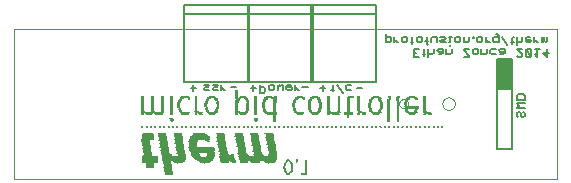
<source format=gbo>
G75*
G70*
%OFA0B0*%
%FSLAX24Y24*%
%IPPOS*%
%LPD*%
%AMOC8*
5,1,8,0,0,1.08239X$1,22.5*
%
%ADD10C,0.0000*%
%ADD11C,0.0050*%
%ADD12R,0.0100X0.0020*%
%ADD13R,0.0140X0.0020*%
%ADD14R,0.0120X0.0020*%
%ADD15R,0.0060X0.0020*%
%ADD16R,0.0240X0.0020*%
%ADD17R,0.0080X0.0020*%
%ADD18R,0.0220X0.0020*%
%ADD19R,0.0200X0.0020*%
%ADD20R,0.0180X0.0020*%
%ADD21R,0.0300X0.0020*%
%ADD22R,0.0280X0.0020*%
%ADD23R,0.0260X0.0020*%
%ADD24R,0.0340X0.0020*%
%ADD25R,0.0320X0.0020*%
%ADD26R,0.0040X0.0020*%
%ADD27R,0.0160X0.0020*%
%ADD28R,0.0460X0.0020*%
%ADD29R,0.0020X0.0020*%
%ADD30R,0.0740X0.0020*%
%ADD31R,0.0420X0.0020*%
%ADD32R,0.0400X0.0020*%
%ADD33R,0.0380X0.0020*%
%ADD34R,0.0440X0.0020*%
%ADD35R,0.0500X0.0020*%
%ADD36R,0.0560X0.0020*%
%ADD37R,0.0620X0.0020*%
%ADD38R,0.0660X0.0020*%
%ADD39R,0.0680X0.0020*%
%ADD40R,0.0840X0.0020*%
%ADD41R,0.0820X0.0020*%
%ADD42R,0.0360X0.0020*%
%ADD43R,0.0480X0.0020*%
%ADD44R,0.0520X0.0020*%
%ADD45R,0.0800X0.0020*%
%ADD46R,0.1300X0.0020*%
%ADD47R,0.1280X0.0020*%
%ADD48R,0.0780X0.0020*%
%ADD49R,0.1260X0.0020*%
%ADD50R,0.0540X0.0020*%
%ADD51R,0.0760X0.0020*%
%ADD52R,0.0580X0.0020*%
%ADD53R,0.1220X0.0020*%
D10*
X004510Y003328D02*
X004510Y008318D01*
X022630Y008318D01*
X022630Y003328D01*
X004510Y003328D01*
X017363Y005828D02*
X017365Y005852D01*
X017371Y005875D01*
X017380Y005897D01*
X017393Y005917D01*
X017408Y005935D01*
X017427Y005950D01*
X017448Y005962D01*
X017470Y005970D01*
X017493Y005975D01*
X017517Y005976D01*
X017541Y005973D01*
X017563Y005966D01*
X017585Y005956D01*
X017605Y005943D01*
X017622Y005926D01*
X017636Y005907D01*
X017647Y005886D01*
X017655Y005863D01*
X017659Y005840D01*
X017659Y005816D01*
X017655Y005793D01*
X017647Y005770D01*
X017636Y005749D01*
X017622Y005730D01*
X017605Y005713D01*
X017585Y005700D01*
X017563Y005690D01*
X017541Y005683D01*
X017517Y005680D01*
X017493Y005681D01*
X017470Y005686D01*
X017448Y005694D01*
X017427Y005706D01*
X017408Y005721D01*
X017393Y005739D01*
X017380Y005759D01*
X017371Y005781D01*
X017365Y005804D01*
X017363Y005828D01*
X018801Y005828D02*
X018803Y005856D01*
X018809Y005884D01*
X018818Y005910D01*
X018831Y005936D01*
X018847Y005959D01*
X018867Y005979D01*
X018889Y005997D01*
X018913Y006012D01*
X018939Y006023D01*
X018966Y006031D01*
X018994Y006035D01*
X019022Y006035D01*
X019050Y006031D01*
X019077Y006023D01*
X019103Y006012D01*
X019127Y005997D01*
X019149Y005979D01*
X019169Y005959D01*
X019185Y005936D01*
X019198Y005910D01*
X019207Y005884D01*
X019213Y005856D01*
X019215Y005828D01*
X019213Y005800D01*
X019207Y005772D01*
X019198Y005746D01*
X019185Y005720D01*
X019169Y005697D01*
X019149Y005677D01*
X019127Y005659D01*
X019103Y005644D01*
X019077Y005633D01*
X019050Y005625D01*
X019022Y005621D01*
X018994Y005621D01*
X018966Y005625D01*
X018939Y005633D01*
X018913Y005644D01*
X018889Y005659D01*
X018867Y005677D01*
X018847Y005697D01*
X018831Y005720D01*
X018818Y005746D01*
X018809Y005772D01*
X018803Y005800D01*
X018801Y005828D01*
D11*
X020635Y006328D02*
X020635Y007328D01*
X021135Y007328D01*
X021135Y006328D01*
X020635Y006328D01*
X020635Y006335D02*
X021135Y006335D01*
X021135Y006383D02*
X020635Y006383D01*
X020635Y006432D02*
X021135Y006432D01*
X021135Y006480D02*
X020635Y006480D01*
X020635Y006529D02*
X021135Y006529D01*
X021135Y006577D02*
X020635Y006577D01*
X020635Y006626D02*
X021135Y006626D01*
X021135Y006674D02*
X020635Y006674D01*
X020635Y006723D02*
X021135Y006723D01*
X021135Y006771D02*
X020635Y006771D01*
X020635Y006820D02*
X021135Y006820D01*
X021135Y006868D02*
X020635Y006868D01*
X020635Y006917D02*
X021135Y006917D01*
X021135Y006965D02*
X020635Y006965D01*
X020635Y007014D02*
X021135Y007014D01*
X021135Y007062D02*
X020635Y007062D01*
X020635Y007111D02*
X021135Y007111D01*
X021135Y007159D02*
X020635Y007159D01*
X020635Y007208D02*
X021135Y007208D01*
X021135Y007256D02*
X020635Y007256D01*
X020635Y007305D02*
X021135Y007305D01*
X021135Y007328D02*
X021135Y004328D01*
X020635Y004328D01*
X020635Y007328D01*
X021135Y007328D01*
X021285Y007421D02*
X021330Y007376D01*
X021420Y007376D01*
X021465Y007421D01*
X021465Y007466D01*
X021285Y007646D01*
X021465Y007646D01*
X021579Y007601D02*
X021759Y007421D01*
X021759Y007601D01*
X021714Y007646D01*
X021624Y007646D01*
X021579Y007601D01*
X021579Y007421D01*
X021624Y007376D01*
X021714Y007376D01*
X021759Y007421D01*
X021874Y007466D02*
X021964Y007376D01*
X021964Y007646D01*
X021874Y007646D02*
X022054Y007646D01*
X022169Y007511D02*
X022349Y007511D01*
X022304Y007376D02*
X022169Y007511D01*
X022304Y007646D02*
X022304Y007376D01*
X022250Y007872D02*
X022295Y007917D01*
X022295Y008053D01*
X022205Y008053D02*
X022205Y007917D01*
X022250Y007872D01*
X022205Y007917D02*
X022160Y007872D01*
X022115Y007872D01*
X022115Y008053D01*
X022005Y007872D02*
X021960Y007872D01*
X021869Y007962D01*
X021869Y007872D02*
X021869Y008053D01*
X021755Y007962D02*
X021575Y007962D01*
X021575Y007917D02*
X021620Y007872D01*
X021710Y007872D01*
X021755Y007917D01*
X021755Y007962D01*
X021710Y008053D02*
X021620Y008053D01*
X021575Y008007D01*
X021575Y007917D01*
X021460Y007917D02*
X021460Y008053D01*
X021460Y007917D02*
X021415Y007872D01*
X021325Y007872D01*
X021280Y007917D01*
X021174Y007872D02*
X021084Y007872D01*
X021129Y007827D02*
X021129Y008007D01*
X021174Y008053D01*
X021280Y008053D02*
X021280Y007782D01*
X020969Y007782D02*
X020789Y008053D01*
X020675Y008053D02*
X020539Y008053D01*
X020494Y008007D01*
X020494Y007917D01*
X020539Y007872D01*
X020675Y007872D01*
X020675Y008098D01*
X020630Y008143D01*
X020585Y008143D01*
X020249Y008053D02*
X020249Y007872D01*
X020339Y007872D02*
X020384Y007872D01*
X020339Y007872D02*
X020249Y007962D01*
X020134Y007917D02*
X020089Y007872D01*
X019999Y007872D01*
X019954Y007917D01*
X019954Y008007D01*
X019999Y008053D01*
X020089Y008053D01*
X020134Y008007D01*
X020134Y007917D01*
X020106Y007646D02*
X020106Y007466D01*
X020241Y007466D01*
X020286Y007511D01*
X020286Y007646D01*
X020401Y007601D02*
X020401Y007511D01*
X020446Y007466D01*
X020581Y007466D01*
X020740Y007466D02*
X020830Y007466D01*
X020875Y007511D01*
X020875Y007646D01*
X020740Y007646D01*
X020695Y007601D01*
X020740Y007556D01*
X020875Y007556D01*
X020581Y007646D02*
X020446Y007646D01*
X020401Y007601D01*
X019992Y007601D02*
X019992Y007511D01*
X019946Y007466D01*
X019856Y007466D01*
X019811Y007511D01*
X019811Y007601D01*
X019856Y007646D01*
X019946Y007646D01*
X019992Y007601D01*
X019697Y007646D02*
X019517Y007646D01*
X019517Y007601D01*
X019697Y007421D01*
X019697Y007376D01*
X019517Y007376D01*
X019108Y007511D02*
X019108Y007646D01*
X019066Y007737D02*
X019066Y007782D01*
X019066Y007872D02*
X019066Y008053D01*
X019021Y008053D02*
X019111Y008053D01*
X019218Y008007D02*
X019218Y007917D01*
X019263Y007872D01*
X019353Y007872D01*
X019398Y007917D01*
X019398Y008007D01*
X019353Y008053D01*
X019263Y008053D01*
X019218Y008007D01*
X019066Y007872D02*
X019021Y007872D01*
X018907Y007872D02*
X018772Y007872D01*
X018727Y007917D01*
X018772Y007962D01*
X018862Y007962D01*
X018907Y008007D01*
X018862Y008053D01*
X018727Y008053D01*
X018612Y008053D02*
X018612Y007872D01*
X018432Y007872D02*
X018432Y008007D01*
X018477Y008053D01*
X018612Y008053D01*
X018326Y007917D02*
X018235Y007917D01*
X018280Y007827D02*
X018326Y007782D01*
X018280Y007827D02*
X018280Y008053D01*
X018121Y008007D02*
X018121Y007917D01*
X018076Y007872D01*
X017986Y007872D01*
X017941Y007917D01*
X017941Y008007D01*
X017986Y008053D01*
X018076Y008053D01*
X018121Y008007D01*
X017834Y008053D02*
X017789Y008007D01*
X017789Y007827D01*
X017744Y007872D02*
X017834Y007872D01*
X017630Y007917D02*
X017630Y008007D01*
X017585Y008053D01*
X017495Y008053D01*
X017450Y008007D01*
X017450Y007917D01*
X017495Y007872D01*
X017585Y007872D01*
X017630Y007917D01*
X017339Y007872D02*
X017294Y007872D01*
X017204Y007962D01*
X017204Y007872D02*
X017204Y008053D01*
X017090Y008007D02*
X017045Y008053D01*
X016910Y008053D01*
X016910Y008143D02*
X016910Y007872D01*
X017045Y007872D01*
X017090Y007917D01*
X017090Y008007D01*
X017847Y007646D02*
X018027Y007646D01*
X017937Y007511D02*
X017847Y007511D01*
X017847Y007376D02*
X017847Y007646D01*
X018187Y007601D02*
X018232Y007646D01*
X018187Y007601D02*
X018187Y007421D01*
X018142Y007466D02*
X018232Y007466D01*
X018338Y007511D02*
X018383Y007466D01*
X018473Y007466D01*
X018518Y007511D01*
X018518Y007646D01*
X018633Y007601D02*
X018678Y007556D01*
X018813Y007556D01*
X018813Y007511D02*
X018813Y007646D01*
X018678Y007646D01*
X018633Y007601D01*
X018678Y007466D02*
X018768Y007466D01*
X018813Y007511D01*
X018927Y007466D02*
X019063Y007466D01*
X019108Y007511D01*
X018927Y007466D02*
X018927Y007646D01*
X018338Y007646D02*
X018338Y007376D01*
X018027Y007376D02*
X017847Y007376D01*
X016600Y006548D02*
X016600Y008812D01*
X014435Y008812D01*
X014435Y006548D01*
X016600Y006548D01*
X016121Y006355D02*
X015941Y006355D01*
X015768Y006279D02*
X015633Y006279D01*
X015588Y006324D01*
X015588Y006414D01*
X015633Y006459D01*
X015768Y006459D01*
X015474Y006189D02*
X015293Y006459D01*
X015187Y006459D02*
X015142Y006414D01*
X015142Y006234D01*
X015097Y006279D02*
X015187Y006279D01*
X014902Y006355D02*
X014722Y006355D01*
X014812Y006265D02*
X014812Y006445D01*
X014475Y006548D02*
X014475Y008812D01*
X012310Y008812D01*
X012310Y006548D01*
X014475Y006548D01*
X014308Y006386D02*
X014128Y006386D01*
X014036Y006279D02*
X013991Y006279D01*
X013901Y006369D01*
X013901Y006459D02*
X013901Y006279D01*
X013786Y006324D02*
X013741Y006279D01*
X013651Y006279D01*
X013606Y006324D01*
X013606Y006414D01*
X013651Y006459D01*
X013741Y006459D01*
X013786Y006369D02*
X013606Y006369D01*
X013491Y006414D02*
X013491Y006279D01*
X013491Y006414D02*
X013446Y006459D01*
X013401Y006414D01*
X013356Y006459D01*
X013311Y006414D01*
X013311Y006279D01*
X013197Y006324D02*
X013152Y006279D01*
X013062Y006279D01*
X013017Y006324D01*
X013017Y006414D01*
X013062Y006459D01*
X013152Y006459D01*
X013197Y006414D01*
X013197Y006324D01*
X012902Y006324D02*
X012902Y006234D01*
X012857Y006189D01*
X012722Y006189D01*
X012722Y006459D01*
X012722Y006369D02*
X012857Y006369D01*
X012902Y006324D01*
X012590Y006355D02*
X012410Y006355D01*
X012500Y006265D02*
X012500Y006445D01*
X012350Y006548D02*
X012350Y008812D01*
X010185Y008812D01*
X010185Y006548D01*
X012350Y006548D01*
X011933Y006386D02*
X011753Y006386D01*
X011571Y006279D02*
X011526Y006279D01*
X011436Y006369D01*
X011436Y006459D02*
X011436Y006279D01*
X011322Y006279D02*
X011187Y006279D01*
X011142Y006324D01*
X011187Y006369D01*
X011277Y006369D01*
X011322Y006414D01*
X011277Y006459D01*
X011142Y006459D01*
X011027Y006414D02*
X010982Y006369D01*
X010892Y006369D01*
X010847Y006324D01*
X010892Y006279D01*
X011027Y006279D01*
X011027Y006414D02*
X010982Y006459D01*
X010847Y006459D01*
X010590Y006355D02*
X010410Y006355D01*
X010500Y006265D02*
X010500Y006445D01*
X013786Y006369D02*
X013786Y006324D01*
X014435Y008812D02*
X014435Y009107D01*
X016600Y009107D01*
X016600Y008812D01*
X014475Y008812D02*
X014475Y009107D01*
X012310Y009107D01*
X012310Y008812D01*
X012350Y008812D02*
X012350Y009107D01*
X010185Y009107D01*
X010185Y008812D01*
X019512Y008053D02*
X019512Y007872D01*
X019647Y007872D01*
X019692Y007917D01*
X019692Y008053D01*
X019807Y008053D02*
X019852Y008053D01*
X019852Y008007D01*
X019807Y008007D01*
X019807Y008053D01*
X021322Y006144D02*
X021277Y006099D01*
X021277Y005964D01*
X021547Y005964D01*
X021547Y006099D01*
X021502Y006144D01*
X021322Y006144D01*
X021277Y005850D02*
X021547Y005850D01*
X021547Y005669D02*
X021277Y005669D01*
X021367Y005760D01*
X021277Y005850D01*
X021322Y005555D02*
X021277Y005510D01*
X021277Y005420D01*
X021322Y005375D01*
X021412Y005420D02*
X021412Y005510D01*
X021367Y005555D01*
X021322Y005555D01*
X021412Y005420D02*
X021457Y005375D01*
X021502Y005375D01*
X021547Y005420D01*
X021547Y005510D01*
X021502Y005555D01*
D12*
X018220Y005585D03*
X018220Y005605D03*
X018220Y005625D03*
X018220Y005645D03*
X018220Y005665D03*
X018220Y005685D03*
X018220Y005705D03*
X018220Y005725D03*
X018220Y005745D03*
X018220Y005765D03*
X018220Y005785D03*
X018220Y005805D03*
X018220Y005825D03*
X018220Y005845D03*
X018220Y005865D03*
X018220Y005885D03*
X018220Y005905D03*
X018220Y005925D03*
X018220Y005945D03*
X018220Y005965D03*
X018220Y005985D03*
X018220Y006005D03*
X018220Y006025D03*
X018220Y006045D03*
X017640Y005945D03*
X017620Y005925D03*
X017620Y005905D03*
X017620Y005885D03*
X017600Y005865D03*
X017600Y005845D03*
X017600Y005825D03*
X017600Y005805D03*
X017600Y005785D03*
X017600Y005725D03*
X017600Y005645D03*
X017620Y005605D03*
X017620Y005585D03*
X017640Y005565D03*
X017660Y005545D03*
X017920Y005545D03*
X017940Y005565D03*
X017940Y005585D03*
X017960Y005625D03*
X017960Y005645D03*
X018220Y005465D03*
X017340Y005925D03*
X017340Y005945D03*
X017340Y005965D03*
X017340Y005985D03*
X017340Y006005D03*
X017360Y006025D03*
X017360Y006045D03*
X017060Y006045D03*
X017060Y006025D03*
X017060Y006005D03*
X017040Y005945D03*
X017040Y005925D03*
X017040Y005905D03*
X017040Y005885D03*
X017040Y005865D03*
X017040Y005845D03*
X017040Y005825D03*
X017040Y005805D03*
X017040Y005785D03*
X017040Y005765D03*
X017040Y005745D03*
X017040Y005725D03*
X017040Y005705D03*
X017040Y005685D03*
X017040Y005665D03*
X017040Y005645D03*
X017040Y005625D03*
X017040Y005605D03*
X017040Y005585D03*
X017040Y005565D03*
X017040Y005545D03*
X017040Y005525D03*
X017040Y005505D03*
X017040Y005485D03*
X017040Y005465D03*
X017040Y005445D03*
X017040Y005425D03*
X017040Y005405D03*
X017040Y005385D03*
X017040Y005365D03*
X017040Y005345D03*
X017040Y005325D03*
X017040Y005305D03*
X017040Y005285D03*
X017040Y005265D03*
X017040Y005245D03*
X017040Y005225D03*
X016720Y005545D03*
X016740Y005565D03*
X016740Y005585D03*
X016760Y005605D03*
X016760Y005625D03*
X016780Y005665D03*
X016780Y005685D03*
X016780Y005705D03*
X016780Y005725D03*
X016780Y005745D03*
X016780Y005785D03*
X016780Y005805D03*
X016780Y005825D03*
X016780Y005845D03*
X016760Y005885D03*
X016760Y005905D03*
X016740Y005925D03*
X016740Y005945D03*
X016720Y005965D03*
X016480Y005985D03*
X016460Y005965D03*
X016440Y005945D03*
X016440Y005925D03*
X016420Y005905D03*
X016420Y005885D03*
X016420Y005865D03*
X016400Y005825D03*
X016400Y005805D03*
X016400Y005785D03*
X016400Y005765D03*
X016400Y005745D03*
X016400Y005725D03*
X016400Y005705D03*
X016400Y005685D03*
X016420Y005645D03*
X016420Y005625D03*
X016420Y005605D03*
X016440Y005585D03*
X016440Y005565D03*
X016460Y005545D03*
X016480Y005525D03*
X016220Y005445D03*
X016040Y005465D03*
X016040Y005485D03*
X016040Y005585D03*
X016040Y005605D03*
X016040Y005625D03*
X016040Y005645D03*
X016040Y005665D03*
X016040Y005685D03*
X016040Y005705D03*
X016040Y005725D03*
X016040Y005745D03*
X016040Y005765D03*
X016040Y005785D03*
X016040Y005805D03*
X016040Y005825D03*
X016040Y005845D03*
X016040Y005865D03*
X016040Y005885D03*
X016040Y005905D03*
X016040Y005925D03*
X016040Y005945D03*
X016040Y005965D03*
X016040Y005985D03*
X016040Y006005D03*
X016040Y006025D03*
X016040Y006045D03*
X015680Y005985D03*
X015680Y005965D03*
X015680Y005945D03*
X015680Y005925D03*
X015680Y005905D03*
X015680Y005885D03*
X015680Y005865D03*
X015680Y005845D03*
X015680Y005825D03*
X015680Y005805D03*
X015680Y005785D03*
X015680Y005765D03*
X015680Y005745D03*
X015680Y005725D03*
X015680Y005705D03*
X015680Y005685D03*
X015680Y005665D03*
X015680Y005645D03*
X015680Y005625D03*
X015680Y005605D03*
X015680Y005585D03*
X015680Y005565D03*
X015680Y005545D03*
X015680Y005525D03*
X015680Y005445D03*
X015360Y005545D03*
X015360Y005565D03*
X015020Y005565D03*
X015020Y005585D03*
X015020Y005605D03*
X015020Y005625D03*
X015020Y005645D03*
X015020Y005665D03*
X015020Y005685D03*
X015020Y005705D03*
X015020Y005725D03*
X015020Y005745D03*
X015020Y005765D03*
X015020Y005785D03*
X015020Y005805D03*
X015020Y005825D03*
X015020Y005845D03*
X015020Y005865D03*
X015020Y005885D03*
X015020Y005905D03*
X015020Y005925D03*
X015020Y005945D03*
X015020Y005965D03*
X015020Y005985D03*
X015020Y006005D03*
X015020Y006025D03*
X015020Y006045D03*
X014740Y005905D03*
X014740Y005885D03*
X014740Y005865D03*
X014760Y005825D03*
X014760Y005805D03*
X014760Y005785D03*
X014760Y005765D03*
X014760Y005745D03*
X014760Y005725D03*
X014760Y005705D03*
X014760Y005685D03*
X014740Y005645D03*
X014740Y005625D03*
X014740Y005605D03*
X014720Y005585D03*
X014720Y005565D03*
X014700Y005545D03*
X014680Y005525D03*
X014440Y005545D03*
X014420Y005565D03*
X014420Y005585D03*
X014400Y005605D03*
X014400Y005625D03*
X014380Y005665D03*
X014380Y005685D03*
X014380Y005705D03*
X014380Y005725D03*
X014380Y005745D03*
X014380Y005765D03*
X014380Y005785D03*
X014380Y005805D03*
X014380Y005825D03*
X014380Y005845D03*
X014400Y005885D03*
X014400Y005905D03*
X014420Y005925D03*
X014420Y005945D03*
X014440Y005965D03*
X014680Y005985D03*
X014700Y005965D03*
X014720Y005945D03*
X014720Y005925D03*
X015020Y005485D03*
X015020Y005465D03*
X014180Y005985D03*
X013920Y005965D03*
X013900Y005925D03*
X013880Y005885D03*
X013880Y005865D03*
X013880Y005845D03*
X013860Y005805D03*
X013860Y005785D03*
X013860Y005765D03*
X013860Y005745D03*
X013860Y005725D03*
X013880Y005645D03*
X013880Y005625D03*
X013900Y005585D03*
X013920Y005565D03*
X013920Y005545D03*
X013940Y005525D03*
X013240Y005545D03*
X013240Y005565D03*
X013240Y005585D03*
X013240Y005605D03*
X013240Y005625D03*
X013240Y005645D03*
X013240Y005665D03*
X013240Y005685D03*
X013240Y005705D03*
X013240Y005725D03*
X013240Y005745D03*
X013240Y005765D03*
X013240Y005785D03*
X013240Y005805D03*
X013240Y005825D03*
X013240Y005845D03*
X013240Y006005D03*
X013260Y006025D03*
X013260Y006045D03*
X012900Y005945D03*
X012880Y005925D03*
X012880Y005905D03*
X012880Y005885D03*
X012860Y005865D03*
X012860Y005845D03*
X012860Y005825D03*
X012860Y005805D03*
X012860Y005785D03*
X012860Y005765D03*
X012860Y005745D03*
X012860Y005725D03*
X012860Y005705D03*
X012860Y005685D03*
X012880Y005625D03*
X012880Y005605D03*
X012900Y005585D03*
X012900Y005565D03*
X012920Y005545D03*
X012600Y005545D03*
X012600Y005525D03*
X012600Y005505D03*
X012600Y005485D03*
X012600Y005465D03*
X012600Y005565D03*
X012600Y005585D03*
X012600Y005605D03*
X012600Y005625D03*
X012600Y005645D03*
X012600Y005665D03*
X012600Y005685D03*
X012600Y005705D03*
X012600Y005725D03*
X012600Y005745D03*
X012600Y005765D03*
X012600Y005785D03*
X012600Y005805D03*
X012600Y005825D03*
X012600Y005845D03*
X012600Y005865D03*
X012600Y005885D03*
X012600Y005905D03*
X012600Y005925D03*
X012600Y005945D03*
X012600Y005965D03*
X012600Y005985D03*
X012600Y006005D03*
X012600Y006025D03*
X012600Y006045D03*
X012320Y005905D03*
X012320Y005885D03*
X012340Y005825D03*
X012340Y005805D03*
X012340Y005785D03*
X012340Y005765D03*
X012340Y005745D03*
X012340Y005725D03*
X012340Y005705D03*
X012340Y005685D03*
X012340Y005665D03*
X012340Y005645D03*
X012320Y005625D03*
X012320Y005605D03*
X012320Y005585D03*
X012300Y005565D03*
X012300Y005545D03*
X012280Y005525D03*
X011960Y005485D03*
X011960Y005465D03*
X011960Y005585D03*
X011960Y005605D03*
X011960Y005625D03*
X011960Y005645D03*
X011960Y005665D03*
X011960Y005685D03*
X011960Y005705D03*
X011960Y005725D03*
X011960Y005745D03*
X011960Y005765D03*
X011960Y005785D03*
X011960Y005805D03*
X011960Y005825D03*
X011960Y005845D03*
X011960Y006005D03*
X011960Y006025D03*
X011960Y006045D03*
X011960Y006065D03*
X011960Y006085D03*
X011960Y006105D03*
X011960Y006125D03*
X011960Y006145D03*
X011960Y006165D03*
X011960Y006185D03*
X011960Y006205D03*
X011960Y006225D03*
X011960Y006245D03*
X011960Y006265D03*
X012280Y005965D03*
X012300Y005945D03*
X011320Y005865D03*
X011320Y005845D03*
X011320Y005825D03*
X011300Y005905D03*
X011300Y005925D03*
X011280Y005945D03*
X011000Y005945D03*
X011000Y005965D03*
X010980Y005925D03*
X010960Y005885D03*
X010960Y005865D03*
X010940Y005805D03*
X010940Y005785D03*
X010940Y005765D03*
X010940Y005745D03*
X010940Y005725D03*
X010940Y005705D03*
X010960Y005665D03*
X010960Y005645D03*
X010960Y005625D03*
X010980Y005585D03*
X011000Y005565D03*
X011000Y005545D03*
X010760Y005445D03*
X010600Y005565D03*
X010120Y005525D03*
X010100Y005545D03*
X010080Y005565D03*
X010080Y005585D03*
X010060Y005605D03*
X010060Y005625D03*
X010040Y005685D03*
X010040Y005705D03*
X010040Y005725D03*
X010040Y005745D03*
X010040Y005765D03*
X010040Y005785D03*
X010040Y005805D03*
X010040Y005825D03*
X010040Y005845D03*
X010060Y005885D03*
X010060Y005905D03*
X010080Y005925D03*
X010080Y005945D03*
X010100Y005965D03*
X009780Y005965D03*
X009780Y005945D03*
X009780Y005925D03*
X009780Y005905D03*
X009780Y005885D03*
X009780Y005865D03*
X009780Y005845D03*
X009780Y005825D03*
X009780Y005805D03*
X009780Y005785D03*
X009780Y005765D03*
X009780Y005745D03*
X009780Y005725D03*
X009780Y005705D03*
X009780Y005685D03*
X009780Y005665D03*
X009780Y005645D03*
X009780Y005625D03*
X009780Y005605D03*
X009780Y005585D03*
X009780Y005565D03*
X009780Y005545D03*
X009780Y005525D03*
X009780Y005505D03*
X009780Y005485D03*
X009780Y005465D03*
X009780Y005325D03*
X009780Y005245D03*
X009480Y005545D03*
X009480Y005565D03*
X009480Y005585D03*
X009480Y005605D03*
X009480Y005625D03*
X009480Y005645D03*
X009480Y005665D03*
X009480Y005685D03*
X009480Y005705D03*
X009480Y005725D03*
X009480Y005745D03*
X009480Y005765D03*
X009480Y005785D03*
X009480Y005805D03*
X009480Y005825D03*
X009480Y005845D03*
X009480Y005865D03*
X009480Y005885D03*
X009480Y005905D03*
X009480Y005925D03*
X009480Y005945D03*
X009480Y005965D03*
X009480Y005985D03*
X009480Y006005D03*
X009480Y006025D03*
X009480Y006045D03*
X009780Y006045D03*
X009780Y006025D03*
X009780Y006005D03*
X009780Y005985D03*
X009160Y005985D03*
X009160Y005965D03*
X009160Y005945D03*
X009160Y005925D03*
X009160Y005905D03*
X009160Y005885D03*
X009160Y005865D03*
X009160Y005845D03*
X009160Y005825D03*
X009160Y005805D03*
X009160Y005785D03*
X009160Y005765D03*
X009160Y005745D03*
X009160Y005725D03*
X009160Y005705D03*
X009160Y005685D03*
X009160Y005665D03*
X009160Y005645D03*
X009160Y005625D03*
X009160Y005605D03*
X009160Y005585D03*
X009160Y005565D03*
X008820Y005585D03*
X008820Y005605D03*
X008820Y005625D03*
X008820Y005645D03*
X008820Y005665D03*
X008820Y005685D03*
X008820Y005705D03*
X008820Y005725D03*
X008820Y005745D03*
X008820Y005765D03*
X008820Y005785D03*
X008820Y005805D03*
X008820Y005825D03*
X008820Y005845D03*
X008820Y005865D03*
X008820Y005885D03*
X008820Y005905D03*
X008820Y005925D03*
X008820Y005945D03*
X008820Y005965D03*
X008820Y005985D03*
X008820Y006005D03*
X008820Y006025D03*
X008820Y006045D03*
X009160Y006045D03*
X009160Y006025D03*
X009160Y006005D03*
X008820Y005485D03*
X008820Y005465D03*
X011280Y005565D03*
X011300Y005585D03*
X011300Y005605D03*
X011300Y005625D03*
X011320Y005645D03*
X011320Y005665D03*
X011320Y005685D03*
X013240Y005445D03*
X013240Y005425D03*
X013240Y005405D03*
X013240Y005385D03*
X013240Y005365D03*
X013240Y005345D03*
X013240Y005325D03*
X013240Y005305D03*
X013240Y005285D03*
X013240Y005265D03*
X013240Y005245D03*
X013240Y005225D03*
X013240Y005205D03*
X011820Y004105D03*
D13*
X011860Y003845D03*
X012600Y005265D03*
X012600Y005285D03*
X012940Y005525D03*
X013220Y005905D03*
X013220Y005925D03*
X014060Y006065D03*
X014560Y006065D03*
X015040Y005545D03*
X015260Y005445D03*
X014560Y005445D03*
X014060Y005445D03*
X012160Y006065D03*
X011980Y005945D03*
X011980Y005925D03*
X011980Y005545D03*
X011140Y005445D03*
X010240Y005445D03*
X009780Y005285D03*
X009780Y005265D03*
X009160Y005545D03*
X008840Y005545D03*
X010240Y006065D03*
X011140Y006065D03*
X016060Y005545D03*
X016200Y005465D03*
X016600Y005445D03*
X016600Y006065D03*
X017780Y006065D03*
X017920Y005985D03*
X018240Y005545D03*
X018380Y005465D03*
X017800Y005445D03*
D14*
X017910Y005525D03*
X017670Y005525D03*
X018230Y005565D03*
X018390Y005445D03*
X017670Y005985D03*
X017650Y005965D03*
X016710Y005985D03*
X016710Y005525D03*
X016050Y005565D03*
X015350Y005525D03*
X014450Y005525D03*
X014450Y005985D03*
X013950Y005985D03*
X013910Y005945D03*
X013230Y005885D03*
X013230Y005865D03*
X012930Y005985D03*
X012910Y005965D03*
X013030Y006065D03*
X013230Y005525D03*
X012590Y005305D03*
X012590Y005245D03*
X012170Y005445D03*
X011970Y005565D03*
X011970Y005865D03*
X011970Y005885D03*
X011970Y005905D03*
X012270Y005985D03*
X011270Y005965D03*
X011250Y005985D03*
X011030Y005985D03*
X011030Y005525D03*
X011250Y005525D03*
X011270Y005545D03*
X010610Y005545D03*
X010110Y005985D03*
X009470Y005525D03*
X009770Y005305D03*
X008830Y005565D03*
X013670Y003925D03*
X013670Y003465D03*
X015750Y006065D03*
D15*
X014160Y005525D03*
X014240Y005045D03*
X014240Y005025D03*
X014680Y005045D03*
X014980Y005045D03*
X015420Y005045D03*
X015860Y005045D03*
X015860Y005025D03*
X016300Y005025D03*
X016300Y005045D03*
X016740Y005045D03*
X017180Y005045D03*
X017480Y005045D03*
X017920Y005045D03*
X017920Y005025D03*
X018360Y005025D03*
X018360Y005045D03*
X014260Y003925D03*
X014260Y003905D03*
X014260Y003885D03*
X014260Y003865D03*
X014260Y003845D03*
X014260Y003825D03*
X014260Y003805D03*
X014260Y003785D03*
X014260Y003765D03*
X014260Y003745D03*
X014260Y003725D03*
X014260Y003705D03*
X014260Y003685D03*
X014260Y003665D03*
X014260Y003645D03*
X014260Y003625D03*
X014260Y003605D03*
X014260Y003585D03*
X014260Y003565D03*
X014260Y003545D03*
X014260Y003525D03*
X013800Y003665D03*
X013800Y003685D03*
X013800Y003705D03*
X013800Y003725D03*
X013780Y003785D03*
X013780Y003805D03*
X013760Y003845D03*
X013580Y003845D03*
X013560Y003825D03*
X013560Y003805D03*
X013560Y003785D03*
X013540Y003725D03*
X013540Y003705D03*
X013540Y003685D03*
X013540Y003665D03*
X013560Y003605D03*
X013560Y003585D03*
X013560Y003565D03*
X013580Y003545D03*
X013580Y003525D03*
X013600Y003505D03*
X013740Y003505D03*
X013760Y003525D03*
X013760Y003545D03*
X013780Y003565D03*
X013780Y003585D03*
X013780Y003605D03*
X013800Y005025D03*
X013800Y005045D03*
X013360Y005045D03*
X013360Y005025D03*
X012920Y005045D03*
X012620Y005045D03*
X012600Y005225D03*
X012180Y005045D03*
X011740Y005045D03*
X011740Y005025D03*
X011300Y005025D03*
X011300Y005045D03*
X010860Y005045D03*
X010860Y005025D03*
X010420Y005045D03*
X010120Y005045D03*
X009780Y005225D03*
X009680Y005045D03*
X009680Y005025D03*
X009240Y005025D03*
X009240Y005045D03*
X008800Y005045D03*
X008800Y005025D03*
X009160Y004605D03*
X010340Y005525D03*
X013260Y006065D03*
D16*
X015250Y005465D03*
X010930Y004605D03*
X010890Y003845D03*
X010230Y005465D03*
X009370Y005465D03*
X010230Y006045D03*
D17*
X010350Y005985D03*
X010590Y005985D03*
X010590Y005965D03*
X010590Y005945D03*
X010590Y005925D03*
X010590Y005905D03*
X010590Y005885D03*
X010590Y005865D03*
X010590Y005845D03*
X010590Y005825D03*
X010590Y005805D03*
X010590Y005785D03*
X010590Y005765D03*
X010590Y005745D03*
X010590Y005725D03*
X010590Y005705D03*
X010590Y005685D03*
X010590Y005665D03*
X010590Y005645D03*
X010590Y005625D03*
X010590Y005605D03*
X010590Y005585D03*
X010590Y005485D03*
X010590Y005465D03*
X010970Y005605D03*
X010950Y005685D03*
X010950Y005825D03*
X010950Y005845D03*
X010970Y005905D03*
X011310Y005885D03*
X011330Y005805D03*
X011330Y005785D03*
X011330Y005765D03*
X011330Y005745D03*
X011330Y005725D03*
X011330Y005705D03*
X010590Y006005D03*
X010590Y006025D03*
X010590Y006045D03*
X010050Y005865D03*
X010050Y005665D03*
X010050Y005645D03*
X010990Y004565D03*
X012590Y005325D03*
X012870Y005645D03*
X012870Y005665D03*
X012330Y005845D03*
X012330Y005865D03*
X012310Y005925D03*
X013870Y005825D03*
X013890Y005905D03*
X013870Y005705D03*
X013870Y005685D03*
X013870Y005665D03*
X013890Y005605D03*
X014390Y005645D03*
X014390Y005865D03*
X014750Y005845D03*
X014750Y005665D03*
X015370Y005665D03*
X015370Y005645D03*
X015370Y005625D03*
X015370Y005605D03*
X015370Y005585D03*
X015370Y005685D03*
X015370Y005705D03*
X015370Y005725D03*
X015370Y005745D03*
X015370Y005765D03*
X015370Y005785D03*
X015370Y005805D03*
X015370Y005825D03*
X015370Y005845D03*
X015370Y005865D03*
X015370Y005885D03*
X015370Y005905D03*
X015370Y005925D03*
X015370Y005945D03*
X015370Y005965D03*
X015370Y005985D03*
X015370Y006005D03*
X015370Y006025D03*
X015370Y006045D03*
X015670Y005425D03*
X015670Y005405D03*
X015670Y005385D03*
X015670Y005365D03*
X015670Y005345D03*
X016410Y005665D03*
X016410Y005845D03*
X016770Y005865D03*
X016790Y005765D03*
X016770Y005645D03*
X017050Y005965D03*
X017050Y005985D03*
X017330Y005905D03*
X017330Y005885D03*
X017330Y005865D03*
X017330Y005845D03*
X017330Y005825D03*
X017330Y005805D03*
X017330Y005785D03*
X017330Y005765D03*
X017330Y005745D03*
X017330Y005725D03*
X017330Y005705D03*
X017330Y005685D03*
X017330Y005665D03*
X017330Y005645D03*
X017330Y005625D03*
X017330Y005605D03*
X017330Y005585D03*
X017330Y005565D03*
X017330Y005545D03*
X017330Y005525D03*
X017330Y005505D03*
X017330Y005485D03*
X017330Y005465D03*
X017330Y005445D03*
X017330Y005425D03*
X017330Y005405D03*
X017330Y005385D03*
X017330Y005365D03*
X017330Y005345D03*
X017330Y005325D03*
X017330Y005305D03*
X017330Y005285D03*
X017330Y005265D03*
X017330Y005245D03*
X017330Y005225D03*
X017330Y005205D03*
X017030Y005205D03*
X017610Y005625D03*
X017590Y005745D03*
X017590Y005765D03*
X017930Y005965D03*
X017950Y005605D03*
X014250Y003505D03*
X013950Y003885D03*
X013950Y003905D03*
X013950Y003925D03*
X013750Y003865D03*
X013730Y003885D03*
X013610Y003885D03*
X013590Y003865D03*
X013670Y003445D03*
D18*
X013060Y003845D03*
X012580Y003845D03*
X011820Y003905D03*
X010020Y003845D03*
X008980Y004825D03*
X009040Y005465D03*
X011140Y005465D03*
X012160Y005465D03*
X011140Y006045D03*
X014060Y006045D03*
X014560Y006045D03*
X014560Y005465D03*
X014060Y005465D03*
X015740Y006005D03*
X016600Y006045D03*
X016600Y005465D03*
X017800Y005465D03*
X017780Y006045D03*
D19*
X015750Y006025D03*
X015070Y005525D03*
X013190Y005985D03*
X013030Y006045D03*
X012170Y006045D03*
D20*
X012000Y005985D03*
X012000Y005525D03*
X013080Y005445D03*
X011840Y003885D03*
X014200Y003485D03*
X014200Y003465D03*
X016080Y005525D03*
X015760Y006045D03*
X009180Y005525D03*
X008860Y005525D03*
D21*
X009360Y005485D03*
X010240Y006025D03*
X011140Y006005D03*
X011140Y005505D03*
X011420Y004685D03*
X011440Y004565D03*
X011460Y004445D03*
X011480Y004345D03*
X011500Y004225D03*
X011520Y004125D03*
X011560Y003885D03*
X011060Y004025D03*
X010640Y004045D03*
X010600Y004085D03*
X010100Y004065D03*
X010100Y004145D03*
X010060Y004365D03*
X010040Y004485D03*
X010020Y004605D03*
X010500Y004545D03*
X010520Y004585D03*
X009540Y004365D03*
X009560Y004245D03*
X009580Y004145D03*
X009600Y004125D03*
X009620Y003905D03*
X009660Y003685D03*
X009680Y003565D03*
X010020Y003865D03*
X009520Y004485D03*
X009500Y004585D03*
X009480Y004705D03*
X008920Y004585D03*
X008920Y004565D03*
X008920Y004545D03*
X008960Y004305D03*
X008980Y004185D03*
X009000Y004085D03*
X012040Y004725D03*
X012060Y004625D03*
X012080Y004505D03*
X012100Y004385D03*
X012140Y004165D03*
X012160Y004125D03*
X012640Y004205D03*
X012600Y004425D03*
X012580Y004545D03*
X013060Y004685D03*
X013040Y004805D03*
X013100Y004465D03*
X013120Y004345D03*
X013160Y004125D03*
X013160Y004105D03*
X013160Y004085D03*
X013160Y004065D03*
X012580Y003865D03*
X014060Y005505D03*
X014060Y006025D03*
X013020Y006005D03*
X015240Y005485D03*
X015700Y005485D03*
X015700Y005465D03*
X015700Y005505D03*
D22*
X016130Y005505D03*
X016590Y005485D03*
X016590Y006025D03*
X017790Y006025D03*
X017790Y005485D03*
X018310Y005485D03*
X014570Y005485D03*
X014070Y005485D03*
X014570Y006025D03*
X013050Y004785D03*
X013050Y004765D03*
X013050Y004745D03*
X013050Y004725D03*
X013050Y004705D03*
X013070Y004665D03*
X013070Y004645D03*
X013070Y004625D03*
X013070Y004605D03*
X013070Y004585D03*
X013090Y004565D03*
X013090Y004545D03*
X013090Y004525D03*
X013090Y004505D03*
X013090Y004485D03*
X013110Y004445D03*
X013110Y004425D03*
X013110Y004405D03*
X013110Y004385D03*
X013110Y004365D03*
X013130Y004325D03*
X013130Y004305D03*
X013130Y004285D03*
X013130Y004265D03*
X013130Y004245D03*
X013150Y004225D03*
X013150Y004205D03*
X013150Y004185D03*
X013150Y004165D03*
X013150Y004145D03*
X012650Y004145D03*
X012650Y004125D03*
X012650Y004165D03*
X012650Y004185D03*
X012630Y004225D03*
X012630Y004245D03*
X012630Y004265D03*
X012630Y004285D03*
X012630Y004305D03*
X012610Y004325D03*
X012610Y004345D03*
X012610Y004365D03*
X012610Y004385D03*
X012610Y004405D03*
X012590Y004445D03*
X012590Y004465D03*
X012590Y004485D03*
X012590Y004505D03*
X012590Y004525D03*
X012570Y004565D03*
X012570Y004585D03*
X012570Y004605D03*
X012570Y004625D03*
X012570Y004645D03*
X012550Y004665D03*
X012550Y004685D03*
X012550Y004705D03*
X012550Y004725D03*
X012550Y004745D03*
X012550Y004765D03*
X012530Y004785D03*
X012530Y004805D03*
X012050Y004705D03*
X012050Y004685D03*
X012050Y004665D03*
X012050Y004645D03*
X012070Y004605D03*
X012070Y004585D03*
X012070Y004565D03*
X012070Y004545D03*
X012070Y004525D03*
X012090Y004485D03*
X012090Y004465D03*
X012090Y004445D03*
X012090Y004425D03*
X012090Y004405D03*
X012110Y004365D03*
X012110Y004345D03*
X012110Y004325D03*
X012110Y004305D03*
X012110Y004285D03*
X012130Y004265D03*
X012130Y004245D03*
X012130Y004225D03*
X012130Y004205D03*
X012130Y004185D03*
X012150Y004145D03*
X012190Y003905D03*
X012190Y003885D03*
X012190Y003865D03*
X011570Y003865D03*
X011550Y003905D03*
X011510Y004145D03*
X011510Y004165D03*
X011510Y004185D03*
X011510Y004205D03*
X011490Y004245D03*
X011490Y004265D03*
X011490Y004285D03*
X011490Y004305D03*
X011490Y004325D03*
X011470Y004365D03*
X011470Y004385D03*
X011470Y004405D03*
X011470Y004425D03*
X011450Y004465D03*
X011450Y004485D03*
X011450Y004505D03*
X011450Y004525D03*
X011450Y004545D03*
X011430Y004585D03*
X011430Y004605D03*
X011430Y004625D03*
X011430Y004645D03*
X011430Y004665D03*
X011410Y004705D03*
X011410Y004725D03*
X011410Y004745D03*
X011410Y004765D03*
X011410Y004785D03*
X011390Y004805D03*
X012030Y004805D03*
X012030Y004785D03*
X012030Y004765D03*
X012030Y004745D03*
X011070Y004045D03*
X010610Y004065D03*
X010590Y004105D03*
X010570Y004125D03*
X010570Y004145D03*
X010550Y004165D03*
X010490Y004365D03*
X010490Y004385D03*
X010490Y004405D03*
X010490Y004425D03*
X010490Y004445D03*
X010490Y004465D03*
X010490Y004485D03*
X010490Y004505D03*
X010490Y004525D03*
X010510Y004565D03*
X010050Y004465D03*
X010050Y004445D03*
X010050Y004425D03*
X010050Y004405D03*
X010050Y004385D03*
X010070Y004345D03*
X010070Y004325D03*
X010070Y004305D03*
X010070Y004285D03*
X010070Y004265D03*
X010090Y004245D03*
X010090Y004225D03*
X010090Y004205D03*
X010090Y004185D03*
X010090Y004165D03*
X010110Y004125D03*
X010110Y004105D03*
X010110Y004085D03*
X009630Y003885D03*
X009630Y003865D03*
X009630Y003845D03*
X009630Y003825D03*
X009630Y003805D03*
X009650Y003785D03*
X009650Y003765D03*
X009650Y003745D03*
X009650Y003725D03*
X009650Y003705D03*
X009670Y003665D03*
X009670Y003645D03*
X009670Y003625D03*
X009670Y003605D03*
X009670Y003585D03*
X009690Y003545D03*
X009690Y003525D03*
X009690Y003505D03*
X009690Y003485D03*
X009690Y003465D03*
X009070Y003685D03*
X009070Y003705D03*
X009050Y003785D03*
X009050Y003805D03*
X009050Y003825D03*
X008990Y004105D03*
X008990Y004125D03*
X008990Y004145D03*
X008990Y004165D03*
X008970Y004205D03*
X008970Y004225D03*
X008970Y004245D03*
X008970Y004265D03*
X008970Y004285D03*
X008950Y004325D03*
X008950Y004345D03*
X008950Y004365D03*
X008950Y004385D03*
X008950Y004405D03*
X008930Y004425D03*
X008930Y004445D03*
X008930Y004465D03*
X008930Y004485D03*
X008930Y004505D03*
X008930Y004525D03*
X009470Y004725D03*
X009470Y004745D03*
X009470Y004765D03*
X009470Y004785D03*
X009470Y004805D03*
X009490Y004685D03*
X009490Y004665D03*
X009490Y004645D03*
X009490Y004625D03*
X009490Y004605D03*
X009510Y004565D03*
X009510Y004545D03*
X009510Y004525D03*
X009510Y004505D03*
X009530Y004465D03*
X009530Y004445D03*
X009530Y004425D03*
X009530Y004405D03*
X009530Y004385D03*
X009550Y004345D03*
X009550Y004325D03*
X009550Y004305D03*
X009550Y004285D03*
X009550Y004265D03*
X009570Y004225D03*
X009570Y004205D03*
X009570Y004185D03*
X009570Y004165D03*
X010030Y004505D03*
X010030Y004525D03*
X010030Y004545D03*
X010030Y004565D03*
X010030Y004585D03*
X010010Y004625D03*
X010010Y004645D03*
X010010Y004665D03*
X010010Y004685D03*
X010010Y004705D03*
X009990Y004725D03*
X009990Y004745D03*
X009990Y004765D03*
X009990Y004785D03*
X009990Y004805D03*
X010230Y005485D03*
X011130Y006025D03*
X012170Y006005D03*
X012170Y005485D03*
X009030Y005485D03*
D23*
X010680Y005505D03*
X011140Y005485D03*
X012160Y006025D03*
X013020Y006025D03*
X010700Y004825D03*
X011100Y004165D03*
X011100Y004145D03*
X011100Y004125D03*
X011100Y004105D03*
X011080Y004085D03*
X011080Y004065D03*
X009060Y003765D03*
X009060Y003745D03*
X009060Y003725D03*
X009040Y003845D03*
X018300Y005505D03*
D24*
X017800Y006005D03*
X014060Y006005D03*
X013120Y005465D03*
X011540Y004105D03*
X010540Y004605D03*
X010240Y006005D03*
D25*
X010230Y005505D03*
X008990Y004805D03*
X008930Y004605D03*
X009610Y004105D03*
X010650Y004025D03*
X012170Y004105D03*
X012670Y004105D03*
X013050Y003865D03*
X014570Y005505D03*
X014570Y006005D03*
X016590Y006005D03*
X016590Y005505D03*
X017790Y005505D03*
D26*
X017770Y005065D03*
X017770Y005045D03*
X017770Y005025D03*
X017630Y005025D03*
X017630Y005045D03*
X017630Y005065D03*
X017470Y005025D03*
X017330Y005025D03*
X017330Y005045D03*
X017330Y005065D03*
X017190Y005065D03*
X017190Y005025D03*
X017030Y005025D03*
X017030Y005045D03*
X017030Y005065D03*
X016890Y005065D03*
X016890Y005045D03*
X016890Y005025D03*
X016750Y005025D03*
X016590Y005025D03*
X016590Y005045D03*
X016590Y005065D03*
X016450Y005065D03*
X016450Y005045D03*
X016450Y005025D03*
X016150Y005025D03*
X016150Y005045D03*
X016150Y005065D03*
X016010Y005065D03*
X016010Y005045D03*
X016010Y005025D03*
X015710Y005025D03*
X015710Y005045D03*
X015710Y005065D03*
X015570Y005065D03*
X015570Y005045D03*
X015570Y005025D03*
X015410Y005025D03*
X015270Y005025D03*
X015270Y005045D03*
X015270Y005065D03*
X015130Y005065D03*
X015130Y005045D03*
X015130Y005025D03*
X014970Y005025D03*
X014970Y005065D03*
X014830Y005065D03*
X014830Y005045D03*
X014830Y005025D03*
X014690Y005025D03*
X014690Y005065D03*
X014530Y005065D03*
X014530Y005045D03*
X014530Y005025D03*
X014390Y005025D03*
X014390Y005045D03*
X014390Y005065D03*
X014090Y005065D03*
X014090Y005045D03*
X014090Y005025D03*
X013950Y005025D03*
X013950Y005045D03*
X013950Y005065D03*
X013650Y005065D03*
X013650Y005045D03*
X013650Y005025D03*
X013510Y005025D03*
X013510Y005045D03*
X013510Y005065D03*
X013210Y005065D03*
X013210Y005045D03*
X013210Y005025D03*
X013070Y005025D03*
X013070Y005045D03*
X013070Y005065D03*
X012910Y005025D03*
X012770Y005025D03*
X012770Y005045D03*
X012770Y005065D03*
X012630Y005065D03*
X012630Y005025D03*
X012470Y005025D03*
X012470Y005045D03*
X012470Y005065D03*
X012330Y005065D03*
X012330Y005045D03*
X012330Y005025D03*
X012190Y005025D03*
X012030Y005025D03*
X012030Y005045D03*
X012030Y005065D03*
X011890Y005065D03*
X011890Y005045D03*
X011890Y005025D03*
X011590Y005025D03*
X011590Y005045D03*
X011590Y005065D03*
X011450Y005065D03*
X011450Y005045D03*
X011450Y005025D03*
X011150Y005025D03*
X011150Y005045D03*
X011150Y005065D03*
X011010Y005065D03*
X011010Y005045D03*
X011010Y005025D03*
X010710Y005025D03*
X010710Y005045D03*
X010710Y005065D03*
X010570Y005065D03*
X010570Y005045D03*
X010570Y005025D03*
X010410Y005025D03*
X010410Y005065D03*
X010270Y005065D03*
X010270Y005045D03*
X010270Y005025D03*
X010130Y005025D03*
X010130Y005065D03*
X009970Y005065D03*
X009970Y005045D03*
X009970Y005025D03*
X009830Y005025D03*
X009830Y005045D03*
X009830Y005065D03*
X009530Y005065D03*
X009530Y005045D03*
X009530Y005025D03*
X009390Y005025D03*
X009390Y005045D03*
X009390Y005065D03*
X009090Y005065D03*
X009090Y005045D03*
X009090Y005025D03*
X008950Y005025D03*
X008950Y005045D03*
X008950Y005065D03*
X010370Y005965D03*
X011010Y004545D03*
X013550Y003765D03*
X013550Y003745D03*
X013550Y003645D03*
X013550Y003625D03*
X013790Y003625D03*
X013790Y003645D03*
X013790Y003745D03*
X013790Y003765D03*
X013770Y003825D03*
X013670Y003945D03*
X013950Y003945D03*
X014190Y005965D03*
X017950Y005945D03*
X018070Y005065D03*
X018070Y005045D03*
X018070Y005025D03*
X018210Y005025D03*
X018210Y005045D03*
X018210Y005065D03*
X018510Y005065D03*
X018510Y005045D03*
X018510Y005025D03*
X018650Y005025D03*
X018650Y005045D03*
X018650Y005065D03*
X018790Y005045D03*
X018790Y005025D03*
D27*
X018250Y005525D03*
X016190Y005485D03*
X013670Y003905D03*
X013670Y003485D03*
X011850Y003865D03*
X010970Y004585D03*
X010750Y005465D03*
X010730Y005485D03*
X010630Y005525D03*
X009370Y005445D03*
X009050Y005445D03*
X011990Y005965D03*
X013210Y005965D03*
X013210Y005945D03*
D28*
X013040Y003905D03*
X017780Y005665D03*
X017780Y005685D03*
X017780Y005705D03*
D29*
X018420Y005525D03*
X018360Y005065D03*
X018800Y005065D03*
X017920Y005065D03*
X017480Y005065D03*
X016740Y005065D03*
X016300Y005065D03*
X015860Y005065D03*
X015420Y005065D03*
X016240Y005525D03*
X014240Y005065D03*
X013800Y005065D03*
X013360Y005065D03*
X012920Y005065D03*
X012180Y005065D03*
X011740Y005065D03*
X011300Y005065D03*
X010860Y005065D03*
X010780Y005525D03*
X009680Y005065D03*
X009240Y005065D03*
X008800Y005065D03*
X010000Y003825D03*
X010900Y003825D03*
X013040Y003825D03*
X013960Y003865D03*
D30*
X009140Y005505D03*
D31*
X009000Y004765D03*
X008980Y004725D03*
X008980Y004705D03*
X008980Y004685D03*
X008980Y004665D03*
X008980Y004645D03*
X008980Y004625D03*
X009660Y004065D03*
X010000Y003905D03*
X010880Y003885D03*
X012220Y004065D03*
X012700Y004065D03*
X012120Y005505D03*
X015180Y005505D03*
D32*
X013090Y005505D03*
X013050Y003885D03*
X012550Y003905D03*
X008990Y004745D03*
D33*
X009000Y004785D03*
X010020Y003885D03*
X010700Y004805D03*
X013100Y005485D03*
D34*
X010710Y004785D03*
D35*
X010720Y004765D03*
X011640Y004045D03*
X011640Y004025D03*
X011640Y004005D03*
X011660Y003985D03*
X011660Y003965D03*
X011660Y003945D03*
X010880Y003905D03*
X009060Y004065D03*
D36*
X010730Y004745D03*
D37*
X010740Y004725D03*
X010860Y003965D03*
D38*
X010860Y003985D03*
X010740Y004685D03*
X010740Y004705D03*
D39*
X010730Y004665D03*
X010730Y004645D03*
X010710Y004625D03*
X010850Y004005D03*
D40*
X010790Y004265D03*
X010790Y004285D03*
X010790Y004305D03*
X010790Y004325D03*
X010770Y004345D03*
D41*
X010800Y004245D03*
X010800Y004225D03*
X010800Y004205D03*
X010820Y004185D03*
D42*
X010890Y003865D03*
X009630Y004085D03*
X012190Y004085D03*
X012570Y003885D03*
X012690Y004085D03*
D43*
X011630Y004085D03*
X011630Y004065D03*
D44*
X011670Y003925D03*
X009070Y003925D03*
X009070Y003905D03*
X009070Y003885D03*
X009070Y003865D03*
X009050Y003965D03*
X009050Y003985D03*
X009050Y004005D03*
X009050Y004025D03*
X009050Y004045D03*
D45*
X009850Y004045D03*
X009850Y004025D03*
D46*
X012660Y004045D03*
D47*
X012670Y004025D03*
X012670Y004005D03*
X012670Y003985D03*
D48*
X009860Y003985D03*
X009860Y003965D03*
X009860Y004005D03*
D49*
X012660Y003965D03*
X012660Y003945D03*
D50*
X010880Y003925D03*
X009060Y003945D03*
D51*
X009850Y003945D03*
X009850Y003925D03*
D52*
X010860Y003945D03*
D53*
X012660Y003925D03*
M02*

</source>
